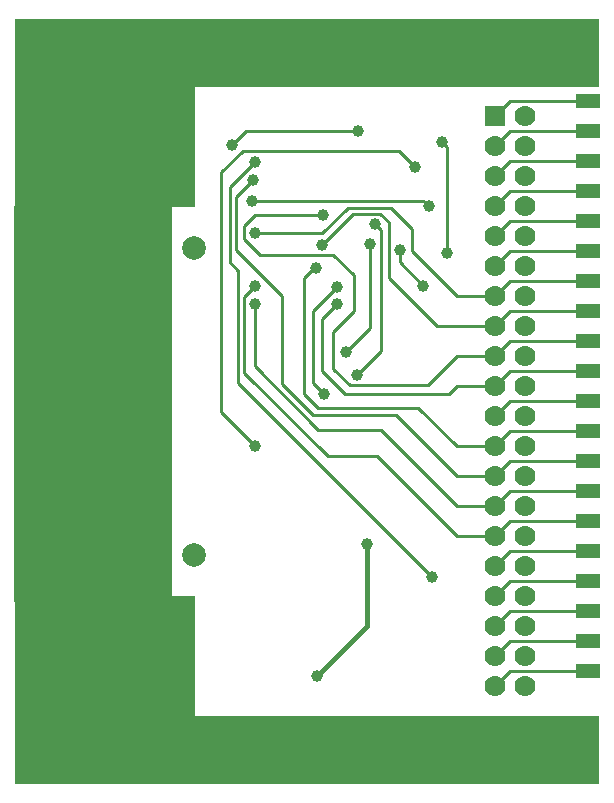
<source format=gbl>
G04 Layer_Physical_Order=2*
G04 Layer_Color=16711680*
%FSLAX25Y25*%
%MOIN*%
G70*
G01*
G75*
%ADD10R,0.07874X0.05000*%
%ADD13C,0.01000*%
%ADD15C,0.01500*%
%ADD16R,0.60000X0.62500*%
%ADD18R,1.35000X0.22500*%
%ADD19R,0.07000X0.07000*%
%ADD20C,0.07000*%
%ADD21C,0.17500*%
%ADD22C,0.07874*%
%ADD23C,0.03900*%
%ADD24R,0.52500X1.32000*%
D10*
X303500Y150000D02*
D03*
Y160000D02*
D03*
Y170000D02*
D03*
Y180000D02*
D03*
Y190000D02*
D03*
Y200000D02*
D03*
Y210000D02*
D03*
Y220000D02*
D03*
Y230000D02*
D03*
Y240000D02*
D03*
Y250000D02*
D03*
Y260000D02*
D03*
Y270000D02*
D03*
Y280000D02*
D03*
Y290000D02*
D03*
Y300000D02*
D03*
Y310000D02*
D03*
Y320000D02*
D03*
Y330000D02*
D03*
Y340000D02*
D03*
D13*
X250400Y245400D02*
X260000Y255000D01*
X223550Y304550D02*
X237950D01*
X215100Y296100D02*
X223550Y304550D01*
X192500Y296100D02*
X215100D01*
X240800Y286500D02*
X248700Y278600D01*
X240800Y286500D02*
Y290600D01*
X192508Y302008D02*
X215200D01*
X189050Y298550D02*
X192508Y302008D01*
X189050Y294000D02*
Y298550D01*
X212000Y270200D02*
X220000Y278200D01*
X212000Y245972D02*
Y270200D01*
Y245972D02*
X215586Y242386D01*
X215000Y267500D02*
X219900Y272400D01*
X215000Y250063D02*
Y267500D01*
Y250063D02*
X222663Y242400D01*
X212291Y284291D02*
X213100D01*
X209000Y281000D02*
X212291Y284291D01*
X209000Y242500D02*
Y281000D01*
Y242500D02*
X213564Y237936D01*
X247064D01*
X233300Y221700D02*
X260000Y195000D01*
X216900Y221700D02*
X233300D01*
X225500Y269964D02*
Y282000D01*
X218750Y288750D02*
X225500Y282000D01*
X213471Y288750D02*
X218750D01*
X218662Y263126D02*
X225500Y269964D01*
X213421Y288800D02*
X213471Y288750D01*
X194250Y288800D02*
X213421D01*
X192500Y251636D02*
Y272500D01*
X260000Y215000D02*
X272500D01*
X239700Y235300D02*
X260000Y215000D01*
X211836Y235300D02*
X239700D01*
X277500Y340000D02*
X303500D01*
X272500Y335000D02*
X277500Y340000D01*
Y330000D02*
X303500D01*
X272500Y325000D02*
X277500Y330000D01*
Y320000D02*
X303500D01*
X272500Y315000D02*
X277500Y320000D01*
Y310000D02*
X303500D01*
X272500Y305000D02*
X277500Y310000D01*
Y300000D02*
X303500D01*
X272500Y295000D02*
X277500Y300000D01*
Y290000D02*
X303500D01*
X272500Y285000D02*
X277500Y290000D01*
Y280000D02*
X303500D01*
X272500Y275000D02*
X277500Y280000D01*
Y270000D02*
X303500D01*
X272500Y265000D02*
X277500Y270000D01*
Y260000D02*
X303500D01*
X272500Y255000D02*
X277500Y260000D01*
Y250000D02*
X303500D01*
X277500Y240000D02*
X303500D01*
X272500Y235000D02*
X277500Y240000D01*
Y230000D02*
X303500D01*
X272500Y225000D02*
X277500Y230000D01*
Y220000D02*
X303500D01*
X272500Y215000D02*
X277500Y220000D01*
Y210000D02*
X303500D01*
X272500Y205000D02*
X277500Y210000D01*
Y200000D02*
X303500D01*
X272500Y195000D02*
X277500Y200000D01*
Y190000D02*
X303500D01*
X272500Y185000D02*
X277500Y190000D01*
Y180000D02*
X303500D01*
X272500Y175000D02*
X277500Y180000D01*
Y170000D02*
X303500D01*
X272500Y165000D02*
X277500Y170000D01*
Y160000D02*
X303500D01*
X272500Y155000D02*
X277500Y160000D01*
Y150000D02*
X303500D01*
X272500Y145000D02*
X277500Y150000D01*
X240500Y323500D02*
X246000Y318000D01*
X189500Y330000D02*
X227000D01*
X185000Y325500D02*
X189500Y330000D01*
X188495Y323500D02*
X240500D01*
X181439Y316443D02*
X188495Y323500D01*
X181439Y236297D02*
X192500Y225236D01*
X181439Y236297D02*
Y316443D01*
X226500Y248900D02*
X234500Y256900D01*
Y297100D01*
X232500Y299100D02*
X234500Y297100D01*
X256500Y289600D02*
Y324700D01*
X254800Y326400D02*
X256500Y324700D01*
X223036Y256600D02*
X231000Y264564D01*
Y292315D01*
X189050Y274936D02*
X192500Y278386D01*
X189050Y249550D02*
Y274936D01*
Y249550D02*
X216900Y221700D01*
X214900Y292200D02*
X225250Y302550D01*
X234400D01*
X237272Y299678D01*
Y281018D02*
Y299678D01*
Y281018D02*
X253290Y265000D01*
X222663Y242400D02*
X257400D01*
X260000Y245000D01*
X201500Y245636D02*
X211836Y235300D01*
X201500Y245636D02*
Y275200D01*
X186180Y290520D02*
X201500Y275200D01*
X186180Y290520D02*
Y308000D01*
X191999Y313819D01*
X247064Y237936D02*
X260000Y225000D01*
X234500Y230500D02*
X260000Y205000D01*
X213636Y230500D02*
X234500D01*
X192500Y251636D02*
X213636Y230500D01*
X189050Y294000D02*
X194250Y288800D01*
X218662Y250863D02*
Y263126D01*
Y250863D02*
X224125Y245400D01*
X250400D01*
X191700Y306900D02*
X248700D01*
X250600Y305000D01*
X187050Y246150D02*
X251600Y181600D01*
X187050Y246150D02*
Y283445D01*
X184180Y286314D02*
X187050Y283445D01*
X184180Y286314D02*
Y311380D01*
X192524Y319724D01*
X244929Y290071D02*
X260000Y275000D01*
X244929Y290071D02*
Y297571D01*
X237950Y304550D02*
X244929Y297571D01*
X272500Y245000D02*
X277500Y250000D01*
X260000Y275000D02*
X272500D01*
X253290Y265000D02*
X272500D01*
X260000Y255000D02*
X272500D01*
X260000Y245000D02*
X272500D01*
X260000Y225000D02*
X272500D01*
X260000Y205000D02*
X272500D01*
X260000Y195000D02*
X272500D01*
D15*
X213178Y148465D02*
X230000Y165286D01*
Y192500D01*
D16*
X142500Y336250D02*
D03*
Y143750D02*
D03*
D18*
X240000Y356250D02*
D03*
Y123750D02*
D03*
D19*
X272500Y335000D02*
D03*
D20*
X282500D02*
D03*
X272500Y325000D02*
D03*
X282500D02*
D03*
X272500Y315000D02*
D03*
X282500D02*
D03*
X272500Y305000D02*
D03*
X282500D02*
D03*
X272500Y295000D02*
D03*
X282500D02*
D03*
X272500Y285000D02*
D03*
X282500D02*
D03*
X272500Y275000D02*
D03*
X282500D02*
D03*
X272500Y265000D02*
D03*
X282500D02*
D03*
X272500Y255000D02*
D03*
X282500D02*
D03*
X272500Y245000D02*
D03*
X282500D02*
D03*
X272500Y235000D02*
D03*
X282500D02*
D03*
X272500Y225000D02*
D03*
X282500D02*
D03*
X272500Y215000D02*
D03*
X282500D02*
D03*
X272500Y205000D02*
D03*
X282500D02*
D03*
X272500Y195000D02*
D03*
X282500D02*
D03*
X272500Y185000D02*
D03*
X282500D02*
D03*
X272500Y175000D02*
D03*
X282500D02*
D03*
X272500Y165000D02*
D03*
X282500D02*
D03*
X272500Y155000D02*
D03*
X282500D02*
D03*
X272500Y145000D02*
D03*
X282500D02*
D03*
D21*
X230000Y126000D02*
D03*
Y356000D02*
D03*
D22*
X172343Y188819D02*
D03*
Y291181D02*
D03*
D23*
X147500Y157000D02*
D03*
X137500Y136500D02*
D03*
X145000Y117500D02*
D03*
X117500Y167500D02*
D03*
X167500D02*
D03*
X117500Y312500D02*
D03*
X167500D02*
D03*
X206000Y130000D02*
D03*
Y117500D02*
D03*
X252000D02*
D03*
Y130000D02*
D03*
X277500D02*
D03*
Y117500D02*
D03*
X147500Y322500D02*
D03*
X137500Y343500D02*
D03*
Y259000D02*
D03*
Y237000D02*
D03*
Y219000D02*
D03*
X157500Y237000D02*
D03*
Y219000D02*
D03*
Y200500D02*
D03*
X137500D02*
D03*
X157500Y259000D02*
D03*
X137500Y280000D02*
D03*
X145000Y362500D02*
D03*
X117500Y337500D02*
D03*
X174000Y362500D02*
D03*
Y350000D02*
D03*
X206000Y362500D02*
D03*
Y350000D02*
D03*
X252000Y362500D02*
D03*
Y350000D02*
D03*
X277500Y362500D02*
D03*
Y350000D02*
D03*
X157500Y305000D02*
D03*
X302500Y350000D02*
D03*
Y362500D02*
D03*
X137500Y305000D02*
D03*
X167500Y337500D02*
D03*
X157500Y280000D02*
D03*
X137500Y175000D02*
D03*
X157500D02*
D03*
X167500Y142500D02*
D03*
X302500Y117500D02*
D03*
Y130000D02*
D03*
X167500D02*
D03*
Y117500D02*
D03*
X117500D02*
D03*
Y142500D02*
D03*
Y362500D02*
D03*
X192500Y272500D02*
D03*
X230000Y192500D02*
D03*
X185000Y325500D02*
D03*
X248700Y278600D02*
D03*
X240800Y290600D02*
D03*
X192500Y225236D02*
D03*
X246000Y318000D02*
D03*
X226500Y248900D02*
D03*
X232500Y299100D02*
D03*
X227000Y330000D02*
D03*
X256500Y289600D02*
D03*
X254800Y326400D02*
D03*
X223036Y256600D02*
D03*
X231000Y292315D02*
D03*
X192500Y278386D02*
D03*
X214900Y292200D02*
D03*
X219900Y272400D02*
D03*
X191999Y313819D02*
D03*
X213178Y148465D02*
D03*
X213100Y284291D02*
D03*
X220000Y278200D02*
D03*
X215586Y242386D02*
D03*
X215200Y302008D02*
D03*
X191700Y306900D02*
D03*
X250600Y305000D02*
D03*
X251600Y181600D02*
D03*
X192524Y319724D02*
D03*
X192500Y296100D02*
D03*
D24*
X138750Y239000D02*
D03*
M02*

</source>
